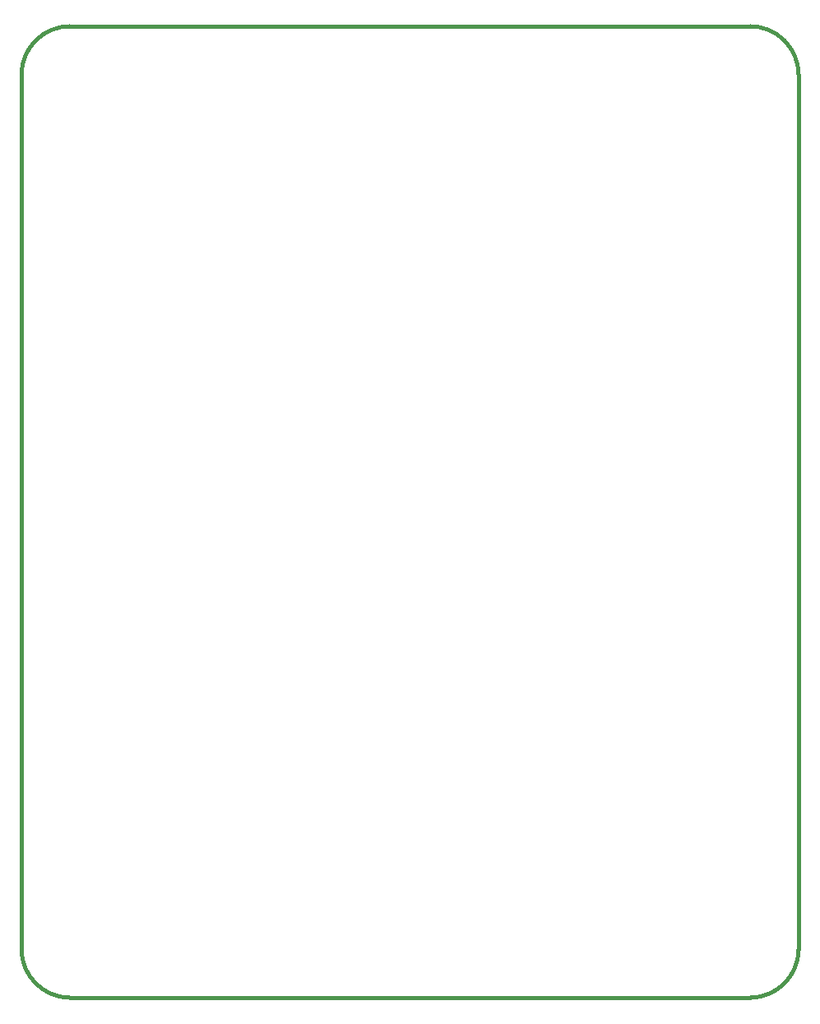
<source format=gbr>
%TF.GenerationSoftware,KiCad,Pcbnew,(5.1.6)-1*%
%TF.CreationDate,2020-06-19T12:40:56+02:00*%
%TF.ProjectId,iceduino,69636564-7569-46e6-9f2e-6b696361645f,rev?*%
%TF.SameCoordinates,Original*%
%TF.FileFunction,Profile,NP*%
%FSLAX46Y46*%
G04 Gerber Fmt 4.6, Leading zero omitted, Abs format (unit mm)*
G04 Created by KiCad (PCBNEW (5.1.6)-1) date 2020-06-19 12:40:56*
%MOMM*%
%LPD*%
G01*
G04 APERTURE LIST*
%TA.AperFunction,Profile*%
%ADD10C,0.400000*%
%TD*%
G04 APERTURE END LIST*
D10*
X120000000Y-135000000D02*
X120000000Y-45000000D01*
X45000000Y-140000000D02*
X115000000Y-140000000D01*
X45000000Y-40000000D02*
X115000000Y-40000000D01*
X40000000Y-135000000D02*
X40000000Y-45000000D01*
X120000000Y-135000000D02*
G75*
G02*
X115000000Y-140000000I-5000000J0D01*
G01*
X45000000Y-140000000D02*
G75*
G02*
X40000000Y-135000000I0J5000000D01*
G01*
X115000000Y-40000000D02*
G75*
G02*
X120000000Y-45000000I0J-5000000D01*
G01*
X40000000Y-45000000D02*
G75*
G02*
X45000000Y-40000000I5000000J0D01*
G01*
M02*

</source>
